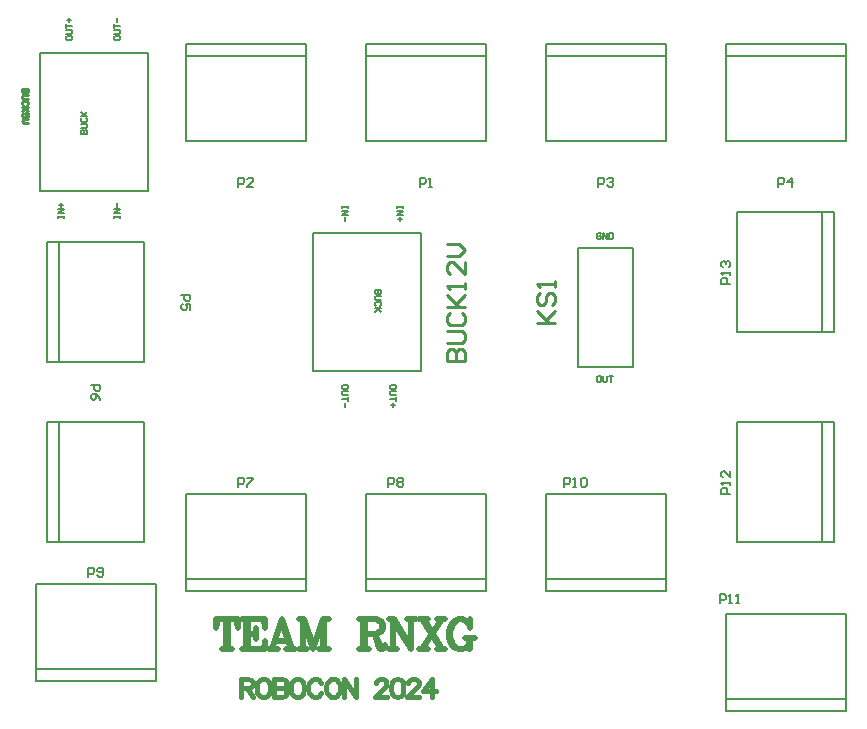
<source format=gto>
G04*
G04 #@! TF.GenerationSoftware,Altium Limited,Altium Designer,24.3.1 (35)*
G04*
G04 Layer_Color=65535*
%FSLAX44Y44*%
%MOMM*%
G71*
G04*
G04 #@! TF.SameCoordinates,8F163816-7A31-40B1-8D5E-A3095961BFF6*
G04*
G04*
G04 #@! TF.FilePolarity,Positive*
G04*
G01*
G75*
%ADD10C,0.1270*%
%ADD11C,0.2000*%
%ADD12C,0.5080*%
%ADD13C,0.3810*%
%ADD14C,0.2540*%
D10*
X1346200Y1224800D02*
X1447800D01*
Y1152800D02*
Y1224800D01*
Y1234800D01*
X1346200D02*
X1447800D01*
X1346200Y1224800D02*
Y1234800D01*
Y1152800D02*
Y1224800D01*
Y1152800D02*
X1447800D01*
X1193800D02*
X1295400D01*
X1193800D02*
Y1224800D01*
Y1234800D01*
X1295400D01*
Y1224800D02*
Y1234800D01*
Y1152800D02*
Y1224800D01*
X1193800D02*
X1295400D01*
X1498600D02*
X1600200D01*
Y1152800D02*
Y1224800D01*
Y1234800D01*
X1498600D02*
X1600200D01*
X1498600Y1224800D02*
Y1234800D01*
Y1152800D02*
Y1224800D01*
Y1152800D02*
X1600200D01*
X1651000D02*
X1752600D01*
X1651000D02*
Y1224800D01*
Y1234800D01*
X1752600D01*
Y1224800D02*
Y1234800D01*
Y1152800D02*
Y1224800D01*
X1651000D02*
X1752600D01*
X1086600Y965200D02*
Y1066800D01*
X1158600D01*
X1076600D02*
X1086600D01*
X1076600Y965200D02*
Y1066800D01*
Y965200D02*
X1086600D01*
X1158600D01*
Y1066800D01*
Y812800D02*
Y914400D01*
X1086600Y812800D02*
X1158600D01*
X1076600D02*
X1086600D01*
X1076600D02*
Y914400D01*
X1086600D01*
X1158600D01*
X1086600Y812800D02*
Y914400D01*
X1193800Y781800D02*
X1295400D01*
X1193800D02*
Y853800D01*
Y771800D02*
Y781800D01*
Y771800D02*
X1295400D01*
Y781800D01*
Y853800D01*
X1193800D02*
X1295400D01*
X1346200D02*
X1447800D01*
Y781800D02*
Y853800D01*
Y771800D02*
Y781800D01*
X1346200Y771800D02*
X1447800D01*
X1346200D02*
Y781800D01*
Y853800D01*
Y781800D02*
X1447800D01*
X1066800Y705600D02*
X1168400D01*
X1066800D02*
Y777600D01*
Y695600D02*
Y705600D01*
Y695600D02*
X1168400D01*
Y705600D01*
Y777600D01*
X1066800D02*
X1168400D01*
X1498600Y853800D02*
X1600200D01*
Y781800D02*
Y853800D01*
Y771800D02*
Y781800D01*
X1498600Y771800D02*
X1600200D01*
X1498600D02*
Y781800D01*
Y853800D01*
Y781800D02*
X1600200D01*
X1651000Y680200D02*
X1752600D01*
X1651000D02*
Y752200D01*
Y670200D02*
Y680200D01*
Y670200D02*
X1752600D01*
Y680200D01*
Y752200D01*
X1651000D02*
X1752600D01*
X1660800Y812800D02*
Y914400D01*
X1732800D01*
X1742800D01*
Y812800D02*
Y914400D01*
X1732800Y812800D02*
X1742800D01*
X1660800D02*
X1732800D01*
Y914400D01*
Y990600D02*
Y1092200D01*
X1660800Y990600D02*
X1732800D01*
X1742800D01*
Y1092200D01*
X1732800D02*
X1742800D01*
X1660800D02*
X1732800D01*
X1660800Y990600D02*
Y1092200D01*
X1545166Y1073572D02*
X1544319Y1074418D01*
X1542626D01*
X1541780Y1073572D01*
Y1070186D01*
X1542626Y1069340D01*
X1544319D01*
X1545166Y1070186D01*
Y1071879D01*
X1543473D01*
X1546858Y1069340D02*
Y1074418D01*
X1550244Y1069340D01*
Y1074418D01*
X1551937D02*
Y1069340D01*
X1554476D01*
X1555322Y1070186D01*
Y1073572D01*
X1554476Y1074418D01*
X1551937D01*
X1544319Y953768D02*
X1542626D01*
X1541780Y952922D01*
Y949536D01*
X1542626Y948690D01*
X1544319D01*
X1545166Y949536D01*
Y952922D01*
X1544319Y953768D01*
X1546858D02*
Y949536D01*
X1547705Y948690D01*
X1549397D01*
X1550244Y949536D01*
Y953768D01*
X1551937D02*
X1555322D01*
X1553629D01*
Y948690D01*
X1132842Y1240789D02*
Y1239096D01*
X1133688Y1238250D01*
X1137074D01*
X1137920Y1239096D01*
Y1240789D01*
X1137074Y1241636D01*
X1133688D01*
X1132842Y1240789D01*
Y1243328D02*
X1137074D01*
X1137920Y1244175D01*
Y1245867D01*
X1137074Y1246714D01*
X1132842D01*
Y1248407D02*
Y1251792D01*
Y1250099D01*
X1137920D01*
X1135381Y1253485D02*
Y1256871D01*
X1092202Y1240789D02*
Y1239096D01*
X1093048Y1238250D01*
X1096434D01*
X1097280Y1239096D01*
Y1240789D01*
X1096434Y1241636D01*
X1093048D01*
X1092202Y1240789D01*
Y1243328D02*
X1096434D01*
X1097280Y1244175D01*
Y1245867D01*
X1096434Y1246714D01*
X1092202D01*
Y1248407D02*
Y1251792D01*
Y1250099D01*
X1097280D01*
X1094741Y1253485D02*
Y1256871D01*
X1093048Y1255178D02*
X1096434D01*
X1132842Y1087120D02*
Y1088813D01*
Y1087966D01*
X1137920D01*
Y1087120D01*
Y1088813D01*
Y1091352D02*
X1132842D01*
X1137920Y1094737D01*
X1132842D01*
X1135381Y1096430D02*
Y1099816D01*
X1085852Y1087120D02*
Y1088813D01*
Y1087966D01*
X1090930D01*
Y1087120D01*
Y1088813D01*
Y1091352D02*
X1085852D01*
X1090930Y1094737D01*
X1085852D01*
X1088391Y1096430D02*
Y1099816D01*
X1086698Y1098123D02*
X1090084D01*
X1104902Y1158240D02*
X1109980D01*
Y1160779D01*
X1109134Y1161626D01*
X1108287D01*
X1107441Y1160779D01*
Y1158240D01*
Y1160779D01*
X1106594Y1161626D01*
X1105748D01*
X1104902Y1160779D01*
Y1158240D01*
Y1163318D02*
X1109134D01*
X1109980Y1164165D01*
Y1165858D01*
X1109134Y1166704D01*
X1104902D01*
X1105748Y1171782D02*
X1104902Y1170936D01*
Y1169243D01*
X1105748Y1168397D01*
X1109134D01*
X1109980Y1169243D01*
Y1170936D01*
X1109134Y1171782D01*
X1104902Y1173475D02*
X1109980D01*
X1108287D01*
X1104902Y1176861D01*
X1107441Y1174322D01*
X1109980Y1176861D01*
X1330958Y943611D02*
Y945304D01*
X1330112Y946150D01*
X1326726D01*
X1325880Y945304D01*
Y943611D01*
X1326726Y942764D01*
X1330112D01*
X1330958Y943611D01*
Y941072D02*
X1326726D01*
X1325880Y940225D01*
Y938532D01*
X1326726Y937686D01*
X1330958D01*
Y935993D02*
Y932608D01*
Y934301D01*
X1325880D01*
X1328419Y930915D02*
Y927529D01*
X1371598Y943611D02*
Y945304D01*
X1370752Y946150D01*
X1367366D01*
X1366520Y945304D01*
Y943611D01*
X1367366Y942764D01*
X1370752D01*
X1371598Y943611D01*
Y941072D02*
X1367366D01*
X1366520Y940225D01*
Y938532D01*
X1367366Y937686D01*
X1371598D01*
Y935993D02*
Y932608D01*
Y934301D01*
X1366520D01*
X1369059Y930915D02*
Y927529D01*
X1370752Y929222D02*
X1367366D01*
X1330958Y1097280D02*
Y1095587D01*
Y1096434D01*
X1325880D01*
Y1097280D01*
Y1095587D01*
Y1093048D02*
X1330958D01*
X1325880Y1089662D01*
X1330958D01*
X1328419Y1087970D02*
Y1084584D01*
X1377948Y1097280D02*
Y1095587D01*
Y1096434D01*
X1372870D01*
Y1097280D01*
Y1095587D01*
Y1093048D02*
X1377948D01*
X1372870Y1089662D01*
X1377948D01*
X1375409Y1087970D02*
Y1084584D01*
X1377102Y1086277D02*
X1373716D01*
X1358898Y1026160D02*
X1353820D01*
Y1023621D01*
X1354666Y1022774D01*
X1355513D01*
X1356359Y1023621D01*
Y1026160D01*
Y1023621D01*
X1357206Y1022774D01*
X1358052D01*
X1358898Y1023621D01*
Y1026160D01*
Y1021082D02*
X1354666D01*
X1353820Y1020235D01*
Y1018542D01*
X1354666Y1017696D01*
X1358898D01*
X1358052Y1012618D02*
X1358898Y1013464D01*
Y1015157D01*
X1358052Y1016003D01*
X1354666D01*
X1353820Y1015157D01*
Y1013464D01*
X1354666Y1012618D01*
X1358898Y1010925D02*
X1353820D01*
X1355513D01*
X1358898Y1007539D01*
X1356359Y1010079D01*
X1353820Y1007539D01*
X1654809Y1031878D02*
X1647191D01*
Y1035687D01*
X1648461Y1036956D01*
X1651000D01*
X1652270Y1035687D01*
Y1031878D01*
X1654809Y1039496D02*
Y1042035D01*
Y1040765D01*
X1647191D01*
X1648461Y1039496D01*
Y1045844D02*
X1647191Y1047113D01*
Y1049652D01*
X1648461Y1050922D01*
X1649730D01*
X1651000Y1049652D01*
Y1048383D01*
Y1049652D01*
X1652270Y1050922D01*
X1653539D01*
X1654809Y1049652D01*
Y1047113D01*
X1653539Y1045844D01*
X1654809Y854078D02*
X1647191D01*
Y857887D01*
X1648461Y859156D01*
X1651000D01*
X1652270Y857887D01*
Y854078D01*
X1654809Y861696D02*
Y864235D01*
Y862965D01*
X1647191D01*
X1648461Y861696D01*
X1654809Y873122D02*
Y868044D01*
X1649730Y873122D01*
X1648461D01*
X1647191Y871852D01*
Y869313D01*
X1648461Y868044D01*
X1646174Y761238D02*
Y768856D01*
X1649983D01*
X1651252Y767586D01*
Y765047D01*
X1649983Y763777D01*
X1646174D01*
X1653792Y761238D02*
X1656331D01*
X1655061D01*
Y768856D01*
X1653792Y767586D01*
X1660139Y761238D02*
X1662679D01*
X1661409D01*
Y768856D01*
X1660139Y767586D01*
X1514478Y859791D02*
Y867409D01*
X1518287D01*
X1519556Y866139D01*
Y863600D01*
X1518287Y862330D01*
X1514478D01*
X1522096Y859791D02*
X1524635D01*
X1523365D01*
Y867409D01*
X1522096Y866139D01*
X1528444D02*
X1529713Y867409D01*
X1532252D01*
X1533522Y866139D01*
Y861061D01*
X1532252Y859791D01*
X1529713D01*
X1528444Y861061D01*
Y866139D01*
X1111252Y783591D02*
Y791209D01*
X1115061D01*
X1116330Y789939D01*
Y787400D01*
X1115061Y786130D01*
X1111252D01*
X1118870Y784861D02*
X1120139Y783591D01*
X1122678D01*
X1123948Y784861D01*
Y789939D01*
X1122678Y791209D01*
X1120139D01*
X1118870Y789939D01*
Y788670D01*
X1120139Y787400D01*
X1123948D01*
X1365252Y859791D02*
Y867409D01*
X1369061D01*
X1370330Y866139D01*
Y863600D01*
X1369061Y862330D01*
X1365252D01*
X1372870Y866139D02*
X1374139Y867409D01*
X1376678D01*
X1377948Y866139D01*
Y864870D01*
X1376678Y863600D01*
X1377948Y862330D01*
Y861061D01*
X1376678Y859791D01*
X1374139D01*
X1372870Y861061D01*
Y862330D01*
X1374139Y863600D01*
X1372870Y864870D01*
Y866139D01*
X1374139Y863600D02*
X1376678D01*
X1238252Y859791D02*
Y867409D01*
X1242061D01*
X1243330Y866139D01*
Y863600D01*
X1242061Y862330D01*
X1238252D01*
X1245870Y867409D02*
X1250948D01*
Y866139D01*
X1245870Y861061D01*
Y859791D01*
X1113791Y946148D02*
X1121409D01*
Y942339D01*
X1120139Y941070D01*
X1117600D01*
X1116330Y942339D01*
Y946148D01*
X1121409Y933452D02*
X1120139Y935991D01*
X1117600Y938530D01*
X1115061D01*
X1113791Y937261D01*
Y934722D01*
X1115061Y933452D01*
X1116330D01*
X1117600Y934722D01*
Y938530D01*
X1189991Y1022348D02*
X1197609D01*
Y1018539D01*
X1196339Y1017270D01*
X1193800D01*
X1192530Y1018539D01*
Y1022348D01*
X1197609Y1009652D02*
Y1014730D01*
X1193800D01*
X1195070Y1012191D01*
Y1010922D01*
X1193800Y1009652D01*
X1191261D01*
X1189991Y1010922D01*
Y1013461D01*
X1191261Y1014730D01*
X1695452Y1113791D02*
Y1121409D01*
X1699261D01*
X1700530Y1120139D01*
Y1117600D01*
X1699261Y1116330D01*
X1695452D01*
X1706878Y1113791D02*
Y1121409D01*
X1703070Y1117600D01*
X1708148D01*
X1543052Y1113791D02*
Y1121409D01*
X1546861D01*
X1548130Y1120139D01*
Y1117600D01*
X1546861Y1116330D01*
X1543052D01*
X1550670Y1120139D02*
X1551939Y1121409D01*
X1554478D01*
X1555748Y1120139D01*
Y1118870D01*
X1554478Y1117600D01*
X1553209D01*
X1554478D01*
X1555748Y1116330D01*
Y1115061D01*
X1554478Y1113791D01*
X1551939D01*
X1550670Y1115061D01*
X1238252Y1113791D02*
Y1121409D01*
X1242061D01*
X1243330Y1120139D01*
Y1117600D01*
X1242061Y1116330D01*
X1238252D01*
X1250948Y1113791D02*
X1245870D01*
X1250948Y1118870D01*
Y1120139D01*
X1249678Y1121409D01*
X1247139D01*
X1245870Y1120139D01*
X1391922Y1113791D02*
Y1121409D01*
X1395730D01*
X1397000Y1120139D01*
Y1117600D01*
X1395730Y1116330D01*
X1391922D01*
X1399539Y1113791D02*
X1402078D01*
X1400809D01*
Y1121409D01*
X1399539Y1120139D01*
D11*
X1526395Y961390D02*
Y1061720D01*
Y961390D02*
X1572895D01*
Y1061720D01*
X1526395D02*
X1572895D01*
X1070610Y1109980D02*
X1162050D01*
Y1226820D01*
X1070610D02*
X1162050D01*
X1070610Y1109980D02*
Y1226820D01*
X1301750Y1074420D02*
X1393190D01*
X1301750Y957580D02*
Y1074420D01*
Y957580D02*
X1393190D01*
Y1074420D01*
D12*
X1228298Y747660D02*
Y722265D01*
X1229507Y747660D02*
Y722265D01*
X1221042Y747660D02*
X1219833Y740404D01*
Y747660D01*
X1237972D01*
Y740404D01*
X1236762Y747660D01*
X1224670Y722265D02*
X1233135D01*
X1245227Y747660D02*
Y722265D01*
X1246436Y747660D02*
Y722265D01*
X1253692Y740404D02*
Y730730D01*
X1241599Y747660D02*
X1260948D01*
Y740404D01*
X1259738Y747660D01*
X1246436Y735567D02*
X1253692D01*
X1241599Y722265D02*
X1260948D01*
Y729521D01*
X1259738Y722265D01*
X1275338Y747660D02*
X1266873Y722265D01*
X1275338Y747660D02*
X1283803Y722265D01*
X1275338Y744032D02*
X1282594Y722265D01*
X1269292Y729521D02*
X1280175D01*
X1264454Y722265D02*
X1271710D01*
X1278966D02*
X1286221D01*
X1293114Y747660D02*
Y722265D01*
X1294323Y747660D02*
X1301579Y725893D01*
X1293114Y747660D02*
X1301579Y722265D01*
X1310044Y747660D02*
X1301579Y722265D01*
X1310044Y747660D02*
Y722265D01*
X1311253Y747660D02*
Y722265D01*
X1289486Y747660D02*
X1294323D01*
X1310044D02*
X1314881D01*
X1289486Y722265D02*
X1296742D01*
X1306416D02*
X1314881D01*
X1344266Y747660D02*
Y722265D01*
X1345475Y747660D02*
Y722265D01*
X1340638Y747660D02*
X1355149D01*
X1358777Y746451D01*
X1359986Y745241D01*
X1361196Y742823D01*
Y740404D01*
X1359986Y737986D01*
X1358777Y736776D01*
X1355149Y735567D01*
X1345475D01*
X1355149Y747660D02*
X1357568Y746451D01*
X1358777Y745241D01*
X1359986Y742823D01*
Y740404D01*
X1358777Y737986D01*
X1357568Y736776D01*
X1355149Y735567D01*
X1340638Y722265D02*
X1349103D01*
X1351522Y735567D02*
X1353940Y734358D01*
X1355149Y733149D01*
X1358777Y724684D01*
X1359986Y723475D01*
X1361196D01*
X1362405Y724684D01*
X1353940Y734358D02*
X1355149Y731939D01*
X1357568Y723475D01*
X1358777Y722265D01*
X1361196D01*
X1362405Y724684D01*
Y725893D01*
X1369298Y747660D02*
Y722265D01*
X1370507Y747660D02*
X1385018Y724684D01*
X1370507Y745241D02*
X1385018Y722265D01*
Y747660D02*
Y722265D01*
X1365670Y747660D02*
X1370507D01*
X1381390D02*
X1388646D01*
X1365670Y722265D02*
X1372926D01*
X1394209Y747660D02*
X1409929Y722265D01*
X1395418Y747660D02*
X1411138Y722265D01*
Y747660D02*
X1394209Y722265D01*
X1391790Y747660D02*
X1399046D01*
X1406301D02*
X1413557D01*
X1391790Y722265D02*
X1399046D01*
X1406301D02*
X1413557D01*
X1433752Y744032D02*
X1434961Y740404D01*
Y747660D01*
X1433752Y744032D01*
X1431333Y746451D01*
X1427705Y747660D01*
X1425287D01*
X1421659Y746451D01*
X1419240Y744032D01*
X1418031Y741613D01*
X1416822Y737986D01*
Y731939D01*
X1418031Y728312D01*
X1419240Y725893D01*
X1421659Y723475D01*
X1425287Y722265D01*
X1427705D01*
X1431333Y723475D01*
X1433752Y725893D01*
X1425287Y747660D02*
X1422868Y746451D01*
X1420450Y744032D01*
X1419240Y741613D01*
X1418031Y737986D01*
Y731939D01*
X1419240Y728312D01*
X1420450Y725893D01*
X1422868Y723475D01*
X1425287Y722265D01*
X1433752Y731939D02*
Y722265D01*
X1434961Y731939D02*
Y722265D01*
X1430124Y731939D02*
X1438589D01*
D13*
X1240282Y697227D02*
Y681990D01*
Y697227D02*
X1246812D01*
X1248989Y696501D01*
X1249714Y695776D01*
X1250440Y694324D01*
Y692873D01*
X1249714Y691422D01*
X1248989Y690697D01*
X1246812Y689971D01*
X1240282D01*
X1245361D02*
X1250440Y681990D01*
X1258203Y697227D02*
X1256752Y696501D01*
X1255301Y695050D01*
X1254576Y693599D01*
X1253850Y691422D01*
Y687794D01*
X1254576Y685618D01*
X1255301Y684167D01*
X1256752Y682716D01*
X1258203Y681990D01*
X1261105D01*
X1262557Y682716D01*
X1264008Y684167D01*
X1264733Y685618D01*
X1265459Y687794D01*
Y691422D01*
X1264733Y693599D01*
X1264008Y695050D01*
X1262557Y696501D01*
X1261105Y697227D01*
X1258203D01*
X1269014D02*
Y681990D01*
Y697227D02*
X1275544D01*
X1277721Y696501D01*
X1278446Y695776D01*
X1279172Y694324D01*
Y692873D01*
X1278446Y691422D01*
X1277721Y690697D01*
X1275544Y689971D01*
X1269014D02*
X1275544D01*
X1277721Y689246D01*
X1278446Y688520D01*
X1279172Y687069D01*
Y684892D01*
X1278446Y683441D01*
X1277721Y682716D01*
X1275544Y681990D01*
X1269014D01*
X1286935Y697227D02*
X1285484Y696501D01*
X1284033Y695050D01*
X1283308Y693599D01*
X1282582Y691422D01*
Y687794D01*
X1283308Y685618D01*
X1284033Y684167D01*
X1285484Y682716D01*
X1286935Y681990D01*
X1289838D01*
X1291289Y682716D01*
X1292740Y684167D01*
X1293466Y685618D01*
X1294191Y687794D01*
Y691422D01*
X1293466Y693599D01*
X1292740Y695050D01*
X1291289Y696501D01*
X1289838Y697227D01*
X1286935D01*
X1308630Y693599D02*
X1307904Y695050D01*
X1306453Y696501D01*
X1305002Y697227D01*
X1302100D01*
X1300648Y696501D01*
X1299197Y695050D01*
X1298472Y693599D01*
X1297746Y691422D01*
Y687794D01*
X1298472Y685618D01*
X1299197Y684167D01*
X1300648Y682716D01*
X1302100Y681990D01*
X1305002D01*
X1306453Y682716D01*
X1307904Y684167D01*
X1308630Y685618D01*
X1317264Y697227D02*
X1315813Y696501D01*
X1314362Y695050D01*
X1313636Y693599D01*
X1312910Y691422D01*
Y687794D01*
X1313636Y685618D01*
X1314362Y684167D01*
X1315813Y682716D01*
X1317264Y681990D01*
X1320166D01*
X1321617Y682716D01*
X1323068Y684167D01*
X1323794Y685618D01*
X1324519Y687794D01*
Y691422D01*
X1323794Y693599D01*
X1323068Y695050D01*
X1321617Y696501D01*
X1320166Y697227D01*
X1317264D01*
X1328075D02*
Y681990D01*
Y697227D02*
X1338232Y681990D01*
Y697227D02*
Y681990D01*
X1355138Y693599D02*
Y694324D01*
X1355863Y695776D01*
X1356589Y696501D01*
X1358040Y697227D01*
X1360942D01*
X1362393Y696501D01*
X1363119Y695776D01*
X1363845Y694324D01*
Y692873D01*
X1363119Y691422D01*
X1361668Y689246D01*
X1354412Y681990D01*
X1364570D01*
X1372334Y697227D02*
X1370157Y696501D01*
X1368706Y694324D01*
X1367980Y690697D01*
Y688520D01*
X1368706Y684892D01*
X1370157Y682716D01*
X1372334Y681990D01*
X1373785D01*
X1375961Y682716D01*
X1377413Y684892D01*
X1378138Y688520D01*
Y690697D01*
X1377413Y694324D01*
X1375961Y696501D01*
X1373785Y697227D01*
X1372334D01*
X1382274Y693599D02*
Y694324D01*
X1382999Y695776D01*
X1383725Y696501D01*
X1385176Y697227D01*
X1388078D01*
X1389529Y696501D01*
X1390255Y695776D01*
X1390981Y694324D01*
Y692873D01*
X1390255Y691422D01*
X1388804Y689246D01*
X1381548Y681990D01*
X1391706D01*
X1402372Y697227D02*
X1395116Y687069D01*
X1406000D01*
X1402372Y697227D02*
Y681990D01*
D14*
X1490983Y998226D02*
X1506217D01*
X1501139D01*
X1490983Y1008382D01*
X1498600Y1000765D01*
X1506217Y1008382D01*
X1493522Y1023618D02*
X1490983Y1021078D01*
Y1016000D01*
X1493522Y1013461D01*
X1496061D01*
X1498600Y1016000D01*
Y1021078D01*
X1501139Y1023618D01*
X1503678D01*
X1506217Y1021078D01*
Y1016000D01*
X1503678Y1013461D01*
X1506217Y1028696D02*
Y1033774D01*
Y1031235D01*
X1490983D01*
X1493522Y1028696D01*
X1414783Y966486D02*
X1430018D01*
Y974104D01*
X1427478Y976643D01*
X1424939D01*
X1422400Y974104D01*
Y966486D01*
Y974104D01*
X1419861Y976643D01*
X1417322D01*
X1414783Y974104D01*
Y966486D01*
Y981721D02*
X1427478D01*
X1430018Y984260D01*
Y989339D01*
X1427478Y991878D01*
X1414783D01*
X1417322Y1007113D02*
X1414783Y1004574D01*
Y999495D01*
X1417322Y996956D01*
X1427478D01*
X1430018Y999495D01*
Y1004574D01*
X1427478Y1007113D01*
X1414783Y1012191D02*
X1430018D01*
X1424939D01*
X1414783Y1022348D01*
X1422400Y1014730D01*
X1430018Y1022348D01*
Y1027426D02*
Y1032505D01*
Y1029966D01*
X1414783D01*
X1417322Y1027426D01*
X1430018Y1050279D02*
Y1040122D01*
X1419861Y1050279D01*
X1417322D01*
X1414783Y1047740D01*
Y1042661D01*
X1417322Y1040122D01*
X1414783Y1055357D02*
X1424939D01*
X1430018Y1060436D01*
X1424939Y1065514D01*
X1414783D01*
X1060449Y1196759D02*
X1055371D01*
Y1194220D01*
X1056217Y1193373D01*
X1057064D01*
X1057910Y1194220D01*
Y1196759D01*
Y1194220D01*
X1058756Y1193373D01*
X1059603D01*
X1060449Y1194220D01*
Y1196759D01*
Y1191680D02*
X1056217D01*
X1055371Y1190834D01*
Y1189141D01*
X1056217Y1188295D01*
X1060449D01*
X1059603Y1183216D02*
X1060449Y1184063D01*
Y1185755D01*
X1059603Y1186602D01*
X1056217D01*
X1055371Y1185755D01*
Y1184063D01*
X1056217Y1183216D01*
X1060449Y1181524D02*
X1055371D01*
X1057064D01*
X1060449Y1178138D01*
X1057910Y1180677D01*
X1055371Y1178138D01*
X1060449Y1173060D02*
Y1176445D01*
X1057910D01*
X1058756Y1174753D01*
Y1173906D01*
X1057910Y1173060D01*
X1056217D01*
X1055371Y1173906D01*
Y1175599D01*
X1056217Y1176445D01*
X1060449Y1171367D02*
X1057064D01*
X1055371Y1169674D01*
X1057064Y1167981D01*
X1060449D01*
M02*

</source>
